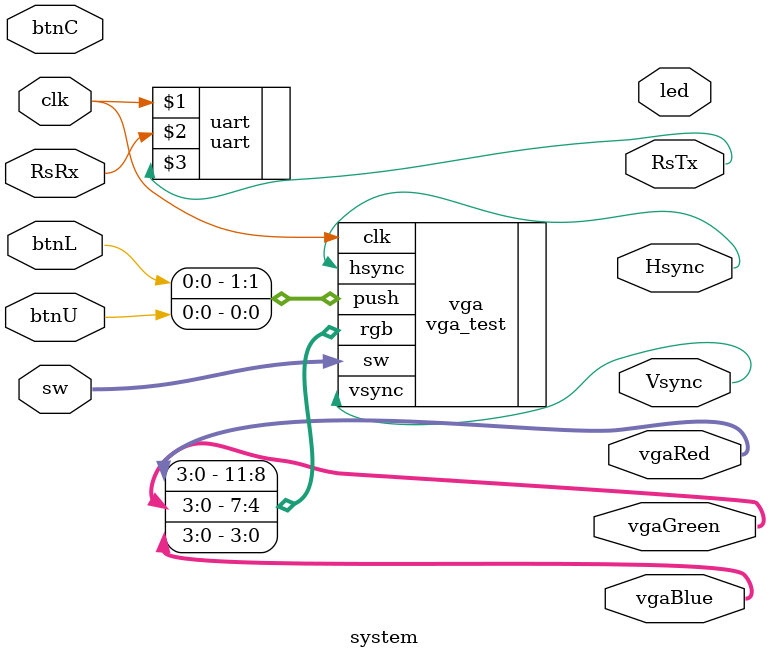
<source format=v>
`timescale 1ns / 1ps


module system(
    input wire [11:0]sw, //vga
    input btnC, btnU, btnL, //vga
    output wire Hsync, Vsync, //vga
    output wire [3:0] vgaRed, vgaGreen, vgaBlue, //vga
    output wire RsTx, //uart
    input wire RsRx, //uart
    output wire [10:0] led, //uart
    input clk //both
    );
    
vga_test vga(
    .clk(clk), .sw(sw),
    .push({btnL, btnU}),
    .hsync(Hsync), .vsync(Vsync),
    .rgb({vgaRed, vgaGreen, vgaBlue})
    );

uart uart(clk,RsRx,RsTx);
    
endmodule

</source>
